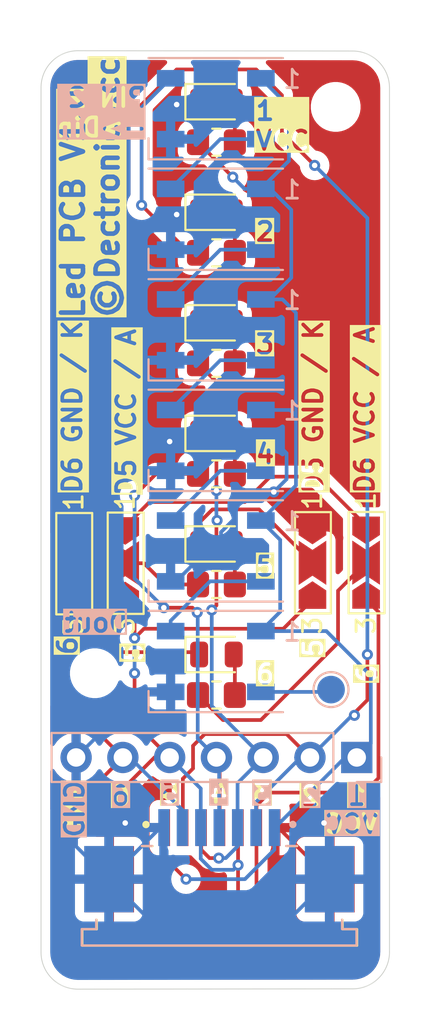
<source format=kicad_pcb>
(kicad_pcb (version 20240108) (generator "pcbnew") (generator_version "8.0")
  (layers (0 "F.Cu" signal) (31 "B.Cu" signal) (34 "B.Paste" user) (35 "F.Paste" user) (36 "B.SilkS" user "B.Silkscreen") (37 "F.SilkS" user "F.Silkscreen") (38 "B.Mask" user) (39 "F.Mask" user) (44 "Edge.Cuts" user))
  (net 0 "")
  (net 1 "Net-(D1-A)")
  (net 2 "GND")
  (net 3 "Net-(D2-A)")
  (net 4 "Net-(D3-A)")
  (net 5 "Net-(D4-A)")
  (net 6 "Net-(D5-K)")
  (net 7 "Net-(D5-A)")
  (net 8 "Net-(D6-A)")
  (net 9 "Net-(D6-K)")
  (net 10 "LED2")
  (net 11 "Net-(D7-DOUT)")
  (net 12 "LED1{slash}VCC")
  (net 13 "Net-(D8-DOUT)")
  (net 14 "Net-(D10-DIN)")
  (net 15 "Net-(D10-DOUT)")
  (net 16 "Net-(D11-DOUT)")
  (net 17 "Net-(D12-DOUT)")
  (net 18 "LED6{slash}TX")
  (net 19 "LED3")
  (net 20 "LED5{slash}RX")
  (net 21 "LED4")
  (net 22 "Net-(JP1-C)")
  (net 23 "VCC")
  (net 24 "Net-(JP2-C)")
  (footprint "Resistor_SMD:R_0805_2012Metric_Pad1.20x1.40mm_HandSolder" (layer "F.Cu") (at 130.556 100.498)
    (property "Reference" "R2" (hide yes))
    (property "Value" "1kΩ")
    (fp_line (start -0.227064 -0.735) (end 0.227064 -0.735) (stroke (width 0.12)) (layer "F.SilkS"))
    (fp_line (start -0.227064 0.735) (end 0.227064 0.735) (stroke (width 0.12)) (layer "F.SilkS"))
    (pad "1" smd roundrect (at -1 0) (size 1.2 1.4) (layers "F.Cu" "F.Paste" "F.Mask") (roundrect_rratio 0.208333) (net 24 "Net-(JP2-C)"))
    (pad "2" smd roundrect (at 1 0) (size 1.2 1.4) (layers "F.Cu" "F.Paste" "F.Mask") (roundrect_rratio 0.208333) (net 8 "Net-(D6-A)"))
  )
  (footprint "Jumper:SolderJumper-3_P2.0mm_Open_TrianglePad1.0x1.5mm_NumberLabels" (layer "F.Cu") (at 122.809 93.37 -90)
    (property "Reference" "JP4" (hide yes))
    (property "Value" "solderJmpr")
    (fp_line (start -2.75 0.95) (end -2.75 -1) (stroke (width 0.12)) (layer "F.SilkS"))
    (fp_line (start 2.75 0.95) (end -2.75 0.95) (stroke (width 0.12)) (layer "F.SilkS"))
    (fp_line (start -2.75 -1) (end 2.75 -1) (stroke (width 0.12)) (layer "F.SilkS"))
    (fp_line (start 2.75 -1) (end 2.75 0.95) (stroke (width 0.12)) (layer "F.SilkS"))
    (fp_text user "3" (at 3.4 0 90) (layer "F.SilkS"))
    (fp_text user "1" (at -3.35 0 90) (layer "F.SilkS"))
    (pad "1" smd custom (at -2 0 270) (size 0.3 0.3) (layers "F.Cu" "F.Mask") (net 2 "GND") (options (clearance outline) (anchor rect)) (primitives (gr_poly (pts (xy 1 0) (xy 0.5 0.75) (xy -0.5 0.75) (xy -0.5 -0.75) (xy 0.5 -0.75)) (width 0) (fill yes))))
    (pad "2" smd custom (at 0 0 270) (size 0.3 0.3) (layers "F.Cu") (net 9 "Net-(D6-K)") (options (clearance outline) (anchor rect)) (primitives (gr_poly (pts (xy 0.7 0) (xy 1.2 0.75) (xy -1.2 0.75) (xy -0.7 0) (xy -1.2 -0.75) (xy 1.2 -0.75)) (width 0) (fill yes))))
    (pad "3" smd custom (at 2 0 90) (size 0.3 0.3) (layers "F.Cu" "F.Mask") (net 18 "LED6{slash}TX") (options (clearance outline) (anchor rect)) (primitives (gr_poly (pts (xy 1 0) (xy 0.5 0.75) (xy -0.5 0.75) (xy -0.5 -0.75) (xy 0.5 -0.75)) (width 0) (fill yes))))
  )
  (footprint "Resistor_SMD:R_0805_2012Metric_Pad1.20x1.40mm_HandSolder" (layer "F.Cu") (at 130.556 94.498)
    (property "Reference" "R1" (hide yes))
    (property "Value" "1kΩ")
    (fp_line (start -0.227064 -0.735) (end 0.227064 -0.735) (stroke (width 0.12)) (layer "F.SilkS"))
    (fp_line (start -0.227064 0.735) (end 0.227064 0.735) (stroke (width 0.12)) (layer "F.SilkS"))
    (pad "1" smd roundrect (at -1 0) (size 1.2 1.4) (layers "F.Cu" "F.Paste" "F.Mask") (roundrect_rratio 0.208333) (net 22 "Net-(JP1-C)"))
    (pad "2" smd roundrect (at 1 0) (size 1.2 1.4) (layers "F.Cu" "F.Paste" "F.Mask") (roundrect_rratio 0.208333) (net 7 "Net-(D5-A)"))
  )
  (footprint "MountingHole:MountingHole_2.2mm_M2" (layer "F.Cu") (at 137.033 68.58)
    (property "Reference" "H2" (hide yes))
    (property "Value" "MountingHole")
    (pad "" np_thru_hole circle (at 0 0) (size 2.2 2.2) (drill 2.2) (layers "*.Cu" "*.Mask"))
  )
  (footprint "Resistor_SMD:R_0805_2012Metric_Pad1.20x1.40mm_HandSolder" (layer "F.Cu") (at 130.556 70.498)
    (property "Reference" "R3" (hide yes))
    (property "Value" "750Ω")
    (fp_line (start -0.227064 -0.735) (end 0.227064 -0.735) (stroke (width 0.12)) (layer "F.SilkS"))
    (fp_line (start -0.227064 0.735) (end 0.227064 0.735) (stroke (width 0.12)) (layer "F.SilkS"))
    (pad "1" smd roundrect (at -1 0) (size 1.2 1.4) (layers "F.Cu" "F.Paste" "F.Mask") (roundrect_rratio 0.208333) (net 12 "LED1{slash}VCC"))
    (pad "2" smd roundrect (at 1 0) (size 1.2 1.4) (layers "F.Cu" "F.Paste" "F.Mask") (roundrect_rratio 0.208333) (net 1 "Net-(D1-A)"))
  )
  (footprint "Resistor_SMD:R_0805_2012Metric_Pad1.20x1.40mm_HandSolder" (layer "F.Cu") (at 130.556 88.498)
    (property "Reference" "R6" (hide yes))
    (property "Value" "750Ω")
    (fp_line (start -0.227064 -0.735) (end 0.227064 -0.735) (stroke (width 0.12)) (layer "F.SilkS"))
    (fp_line (start -0.227064 0.735) (end 0.227064 0.735) (stroke (width 0.12)) (layer "F.SilkS"))
    (pad "1" smd roundrect (at -1 0) (size 1.2 1.4) (layers "F.Cu" "F.Paste" "F.Mask") (roundrect_rratio 0.208333) (net 21 "LED4"))
    (pad "2" smd roundrect (at 1 0) (size 1.2 1.4) (layers "F.Cu" "F.Paste" "F.Mask") (roundrect_rratio 0.208333) (net 5 "Net-(D4-A)"))
  )
  (footprint "Resistor_SMD:R_0805_2012Metric_Pad1.20x1.40mm_HandSolder" (layer "F.Cu") (at 130.556 82.498)
    (property "Reference" "R5" (hide yes))
    (property "Value" "750Ω")
    (fp_line (start -0.227064 -0.735) (end 0.227064 -0.735) (stroke (width 0.12)) (layer "F.SilkS"))
    (fp_line (start -0.227064 0.735) (end 0.227064 0.735) (stroke (width 0.12)) (layer "F.SilkS"))
    (pad "1" smd roundrect (at -1 0) (size 1.2 1.4) (layers "F.Cu" "F.Paste" "F.Mask") (roundrect_rratio 0.208333) (net 19 "LED3"))
    (pad "2" smd roundrect (at 1 0) (size 1.2 1.4) (layers "F.Cu" "F.Paste" "F.Mask") (roundrect_rratio 0.208333) (net 4 "Net-(D3-A)"))
  )
  (footprint "LED_SMD:LED_0805_2012Metric" (layer "F.Cu") (at 130.556 80.298)
    (property "Reference" "D3" (hide yes))
    (property "Value" "PowerLed")
    (fp_line (start -1.685 -0.96) (end -1.685 0.96) (stroke (width 0.12)) (layer "F.SilkS"))
    (fp_line (start -1.685 0.96) (end 1 0.96) (stroke (width 0.12)) (layer "F.SilkS"))
    (fp_line (start 1 -0.96) (end -1.685 -0.96) (stroke (width 0.12)) (layer "F.SilkS"))
    (pad "1" smd roundrect (at -0.9375 0) (size 0.975 1.4) (layers "F.Cu" "F.Paste" "F.Mask") (net 2 "GND"))
    (pad "2" smd roundrect (at 0.9375 0) (size 0.975 1.4) (layers "F.Cu" "F.Paste" "F.Mask") (net 4 "Net-(D3-A)"))
  )
  (footprint "LED_SMD:LED_0805_2012Metric" (layer "F.Cu") (at 130.556 92.298)
    (property "Reference" "D5" (hide yes))
    (property "Value" "PowerLed")
    (fp_line (start -1.685 -0.96) (end -1.685 0.96) (stroke (width 0.12)) (layer "F.SilkS"))
    (fp_line (start -1.685 0.96) (end 1 0.96) (stroke (width 0.12)) (layer "F.SilkS"))
    (fp_line (start 1 -0.96) (end -1.685 -0.96) (stroke (width 0.12)) (layer "F.SilkS"))
    (pad "1" smd roundrect (at -0.9375 0) (size 0.975 1.4) (layers "F.Cu" "F.Paste" "F.Mask") (net 6 "Net-(D5-K)"))
    (pad "2" smd roundrect (at 0.9375 0) (size 0.975 1.4) (layers "F.Cu" "F.Paste" "F.Mask") (net 7 "Net-(D5-A)"))
  )
  (footprint "fcp7P:FCP7P" (layer "F.Cu") (at 130.731 107.696)
    (property "Reference" "J2" (hide yes))
    (property "Value" "FCP CONNECTOR 7P")
    (fp_line (start -7.46 6.4) (end -7.46 5.51) (stroke (width 0.127)) (layer "F.SilkS"))
    (fp_line (start -6.675 5) (end -6.675 5.51) (stroke (width 0.127)) (layer "F.SilkS"))
    (fp_line (start -6.675 5.51) (end -7.46 5.51) (stroke (width 0.127)) (layer "F.SilkS"))
    (fp_line (start -4.2 1) (end -3.64 1) (stroke (width 0.127)) (layer "F.SilkS"))
    (fp_line (start 3.64 1) (end 4.2 1) (stroke (width 0.127)) (layer "F.SilkS"))
    (fp_line (start 6.675 5) (end 6.675 5.51) (stroke (width 0.127)) (layer "F.SilkS"))
    (fp_line (start 7.46 5.51) (end 6.675 5.51) (stroke (width 0.127)) (layer "F.SilkS"))
    (fp_line (start 7.46 5.51) (end 7.46 6.4) (stroke (width 0.127)) (layer "F.SilkS"))
    (fp_line (start 7.46 6.4) (end -7.46 6.4) (stroke (width 0.127)) (layer "F.SilkS"))
    (fp_circle (center -4 -0.17) (end -3.9 -0.17) (stroke (width 0.2)) (fill none) (layer "F.SilkS"))
    (pad "1" smd rect (at -3 0) (size 0.61 2) (layers "F.Cu" "F.Paste" "F.Mask") (net 12 "LED1{slash}VCC"))
    (pad "2" smd rect (at -2 0) (size 0.61 2) (layers "F.Cu" "F.Paste" "F.Mask") (net 10 "LED2"))
    (pad "3" smd rect (at -1 0) (size 0.61 2) (layers "F.Cu" "F.Paste" "F.Mask") (net 19 "LED3"))
    (pad "4" smd rect (at 0 0) (size 0.61 2) (layers "F.Cu" "F.Paste" "F.Mask") (net 21 "LED4"))
    (pad "5" smd rect (at 1 0) (size 0.61 2) (layers "F.Cu" "F.Paste" "F.Mask") (net 20 "LED5{slash}RX"))
    (pad "6" smd rect (at 2 0) (size 0.61 2) (layers "F.Cu" "F.Paste" "F.Mask") (net 18 "LED6{slash}TX"))
    (pad "7" smd rect (at 3 0) (size 0.61 2) (layers "F.Cu" "F.Paste" "F.Mask") (net 2 "GND"))
    (pad "S1" smd rect (at -5.99 2.8) (size 2.68 3.6) (layers "F.Cu" "F.Paste" "F.Mask") (net 2 "GND"))
    (pad "S2" smd rect (at 5.99 2.8) (size 2.68 3.6) (layers "F.Cu" "F.Paste" "F.Mask") (net 2 "GND"))
  )
  (footprint "LED_SMD:LED_0805_2012Metric" (layer "F.Cu") (at 130.556 98.298)
    (property "Reference" "D6" (hide yes))
    (property "Value" "PowerLed")
    (fp_line (start -1.685 -0.96) (end -1.685 0.96) (stroke (width 0.12)) (layer "F.SilkS"))
    (fp_line (start -1.685 0.96) (end 1 0.96) (stroke (width 0.12)) (layer "F.SilkS"))
    (fp_line (start 1 -0.96) (end -1.685 -0.96) (stroke (width 0.12)) (layer "F.SilkS"))
    (pad "1" smd roundrect (at -0.9375 0) (size 0.975 1.4) (layers "F.Cu" "F.Paste" "F.Mask") (net 9 "Net-(D6-K)"))
    (pad "2" smd roundrect (at 0.9375 0) (size 0.975 1.4) (layers "F.Cu" "F.Paste" "F.Mask") (net 8 "Net-(D6-A)"))
  )
  (footprint "Jumper:SolderJumper-3_P2.0mm_Open_TrianglePad1.0x1.5mm_NumberLabels" (layer "F.Cu") (at 135.771134 93.32074 -90)
    (property "Reference" "JP3" (hide yes))
    (property "Value" "solderJmpr")
    (fp_line (start -2.75 0.95) (end -2.75 -1) (stroke (width 0.12)) (layer "F.SilkS"))
    (fp_line (start 2.75 0.95) (end -2.75 0.95) (stroke (width 0.12)) (layer "F.SilkS"))
    (fp_line (start -2.75 -1) (end 2.75 -1) (stroke (width 0.12)) (layer "F.SilkS"))
    (fp_line (start 2.75 -1) (end 2.75 0.95) (stroke (width 0.12)) (layer "F.SilkS"))
    (fp_text user "3" (at 3.4 0 90) (layer "F.SilkS"))
    (fp_text user "1" (at -3.35 0 90) (layer "F.SilkS"))
    (pad "1" smd custom (at -2 0 270) (size 0.3 0.3) (layers "F.Cu" "F.Mask") (net 2 "GND") (options (clearance outline) (anchor rect)) (primitives (gr_poly (pts (xy 1 0) (xy 0.5 0.75) (xy -0.5 0.75) (xy -0.5 -0.75) (xy 0.5 -0.75)) (width 0) (fill yes))))
    (pad "2" smd custom (at 0 0 270) (size 0.3 0.3) (layers "F.Cu") (net 6 "Net-(D5-K)") (options (clearance outline) (anchor rect)) (primitives (gr_poly (pts (xy 0.7 0) (xy 1.2 0.75) (xy -1.2 0.75) (xy -0.7 0) (xy -1.2 -0.75) (xy 1.2 -0.75)) (width 0) (fill yes))))
    (pad "3" smd custom (at 2 0 90) (size 0.3 0.3) (layers "F.Cu" "F.Mask") (net 20 "LED5{slash}RX") (options (clearance outline) (anchor rect)) (primitives (gr_poly (pts (xy 1 0) (xy 0.5 0.75) (xy -0.5 0.75) (xy -0.5 -0.75) (xy 0.5 -0.75)) (width 0) (fill yes))))
  )
  (footprint "Jumper:SolderJumper-3_P2.0mm_Open_TrianglePad1.0x1.5mm_NumberLabels" (layer "F.Cu") (at 125.603 93.345 -90)
    (property "Reference" "JP1" (hide yes))
    (property "Value" "SolderJmpr")
    (fp_line (start -2.75 0.95) (end -2.75 -1) (stroke (width 0.12)) (layer "F.SilkS"))
    (fp_line (start 2.75 0.95) (end -2.75 0.95) (stroke (width 0.12)) (layer "F.SilkS"))
    (fp_line (start -2.75 -1) (end 2.75 -1) (stroke (width 0.12)) (layer "F.SilkS"))
    (fp_line (start 2.75 -1) (end 2.75 0.95) (stroke (width 0.12)) (layer "F.SilkS"))
    (fp_text user "3" (at 3.4 0 90) (layer "F.SilkS"))
    (fp_text user "1" (at -3.35 0 90) (layer "F.SilkS"))
    (pad "1" smd custom (at -2 0 270) (size 0.3 0.3) (layers "F.Cu" "F.Mask") (net 23 "VCC") (options (clearance outline) (anchor rect)) (primitives (gr_poly (pts (xy 1 0) (xy 0.5 0.75) (xy -0.5 0.75) (xy -0.5 -0.75) (xy 0.5 -0.75)) (width 0) (fill yes))))
    (pad "2" smd custom (at 0 0 270) (size 0.3 0.3) (layers "F.Cu") (net 22 "Net-(JP1-C)") (options (clearance outline) (anchor rect)) (primitives (gr_poly (pts (xy 0.7 0) (xy 1.2 0.75) (xy -1.2 0.75) (xy -0.7 0) (xy -1.2 -0.75) (xy 1.2 -0.75)) (width 0) (fill yes))))
    (pad "3" smd custom (at 2 0 90) (size 0.3 0.3) (layers "F.Cu" "F.Mask") (net 20 "LED5{slash}RX") (options (clearance outline) (anchor rect)) (primitives (gr_poly (pts (xy 1 0) (xy 0.5 0.75) (xy -0.5 0.75) (xy -0.5 -0.75) (xy 0.5 -0.75)) (width 0) (fill yes))))
  )
  (footprint "MountingHole:MountingHole_2.2mm_M2" (layer "F.Cu") (at 123.952 99.314)
    (property "Reference" "H1" (hide yes))
    (property "Value" "MountingHole")
    (pad "" np_thru_hole circle (at 0 0) (size 2.2 2.2) (drill 2.2) (layers "*.Cu" "*.Mask"))
  )
  (footprint "LED_SMD:LED_0805_2012Metric" (layer "F.Cu") (at 130.556 74.298)
    (property "Reference" "D2" (hide yes))
    (property "Value" "PowerLed")
    (fp_line (start -1.685 -0.96) (end -1.685 0.96) (stroke (width 0.12)) (layer "F.SilkS"))
    (fp_line (start -1.685 0.96) (end 1 0.96) (stroke (width 0.12)) (layer "F.SilkS"))
    (fp_line (start 1 -0.96) (end -1.685 -0.96) (stroke (width 0.12)) (layer "F.SilkS"))
    (pad "1" smd roundrect (at -0.9375 0) (size 0.975 1.4) (layers "F.Cu" "F.Paste" "F.Mask") (net 2 "GND"))
    (pad "2" smd roundrect (at 0.9375 0) (size 0.975 1.4) (layers "F.Cu" "F.Paste" "F.Mask") (net 3 "Net-(D2-A)"))
  )
  (footprint "LED_SMD:LED_0805_2012Metric" (layer "F.Cu") (at 130.556 68.298)
    (property "Reference" "D1" (hide yes))
    (property "Value" "PowerLed")
    (fp_line (start -1.685 -0.96) (end -1.685 0.96) (stroke (width 0.12)) (layer "F.SilkS"))
    (fp_line (start -1.685 0.96) (end 1 0.96) (stroke (width 0.12)) (layer "F.SilkS"))
    (fp_line (start 1 -0.96) (end -1.685 -0.96) (stroke (width 0.12)) (layer "F.SilkS"))
    (pad "1" smd roundrect (at -0.9375 0) (size 0.975 1.4) (layers "F.Cu" "F.Paste" "F.Mask") (net 2 "GND"))
    (pad "2" smd roundrect (at 0.9375 0) (size 0.975 1.4) (layers "F.Cu" "F.Paste" "F.Mask") (net 1 "Net-(D1-A)"))
  )
  (footprint "Resistor_SMD:R_0805_2012Metric_Pad1.20x1.40mm_HandSolder" (layer "F.Cu") (at 130.556 76.498)
    (property "Reference" "R4" (hide yes))
    (property "Value" "750Ω")
    (fp_line (start -0.227064 -0.735) (end 0.227064 -0.735) (stroke (width 0.12)) (layer "F.SilkS"))
    (fp_line (start -0.227064 0.735) (end 0.227064 0.735) (stroke (width 0.12)) (layer "F.SilkS"))
    (pad "1" smd roundrect (at -1 0) (size 1.2 1.4) (layers "F.Cu" "F.Paste" "F.Mask") (roundrect_rratio 0.208333) (net 10 "LED2"))
    (pad "2" smd roundrect (at 1 0) (size 1.2 1.4) (layers "F.Cu" "F.Paste" "F.Mask") (roundrect_rratio 0.208333) (net 3 "Net-(D2-A)"))
  )
  (footprint "LED_SMD:LED_0805_2012Metric" (layer "F.Cu") (at 130.556 86.298)
    (property "Reference" "D4" (hide yes))
    (property "Value" "PowerLed")
    (fp_line (start -1.685 -0.96) (end -1.685 0.96) (stroke (width 0.12)) (layer "F.SilkS"))
    (fp_line (start -1.685 0.96) (end 1 0.96) (stroke (width 0.12)) (layer "F.SilkS"))
    (fp_line (start 1 -0.96) (end -1.685 -0.96) (stroke (width 0.12)) (layer "F.SilkS"))
    (pad "1" smd roundrect (at -0.9375 0) (size 0.975 1.4) (layers "F.Cu" "F.Paste" "F.Mask") (net 2 "GND"))
    (pad "2" smd roundrect (at 0.9375 0) (size 0.975 1.4) (layers "F.Cu" "F.Paste" "F.Mask") (net 5 "Net-(D4-A)"))
  )
  (footprint "Jumper:SolderJumper-3_P2.0mm_Open_TrianglePad1.0x1.5mm_NumberLabels" (layer "F.Cu") (at 138.684 93.313 -90)
    (property "Reference" "JP2" (hide yes))
    (property "Value" "solderJmpr")
    (fp_line (start -2.75 0.95) (end -2.75 -1) (stroke (width 0.12)) (layer "F.SilkS"))
    (fp_line (start 2.75 0.95) (end -2.75 0.95) (stroke (width 0.12)) (layer "F.SilkS"))
    (fp_line (start -2.75 -1) (end 2.75 -1) (stroke (width 0.12)) (layer "F.SilkS"))
    (fp_line (start 2.75 -1) (end 2.75 0.95) (stroke (width 0.12)) (layer "F.SilkS"))
    (fp_text user "1" (at -3.35 0 90) (layer "F.SilkS"))
    (fp_text user "3" (at 3.4 0 90) (layer "F.SilkS"))
    (pad "1" smd custom (at -2 0 270) (size 0.3 0.3) (layers "F.Cu" "F.Mask") (net 23 "VCC") (options (clearance outline) (anchor rect)) (primitives (gr_poly (pts (xy 1 0) (xy 0.5 0.75) (xy -0.5 0.75) (xy -0.5 -0.75) (xy 0.5 -0.75)) (width 0) (fill yes))))
    (pad "2" smd custom (at 0 0 270) (size 0.3 0.3) (layers "F.Cu") (net 24 "Net-(JP2-C)") (options (clearance outline) (anchor rect)) (primitives (gr_poly (pts (xy 0.7 0) (xy 1.2 0.75) (xy -1.2 0.75) (xy -0.7 0) (xy -1.2 -0.75) (xy 1.2 -0.75)) (width 0) (fill yes))))
    (pad "3" smd custom (at 2 0 90) (size 0.3 0.3) (layers "F.Cu" "F.Mask") (net 18 "LED6{slash}TX") (options (clearance outline) (anchor rect)) (primitives (gr_poly (pts (xy 1 0) (xy 0.5 0.75) (xy -0.5 0.75) (xy -0.5 -0.75) (xy 0.5 -0.75)) (width 0) (fill yes))))
  )
  (footprint "Connector_PinHeader_2.54mm:PinHeader_1x07_P2.54mm_Vertical" (layer "B.Cu") (at 138.176 103.886 90)
    (property "Reference" "J1" (hide yes))
    (property "Value" "Conn_01x07_Socket")
    (fp_line (start 1.33 -16.57) (end -1.33 -16.57) (stroke (width 0.12)) (layer "B.SilkS"))
    (fp_line (start 1.33 -16.57) (end 1.33 -1.27) (stroke (width 0.12)) (layer "B.SilkS"))
    (fp_line (start -1.33 -16.57) (end -1.33 -1.27) (stroke (width 0.12)) (layer "B.SilkS"))
    (fp_line (start 1.33 -1.27) (end -1.33 -1.27) (stroke (width 0.12)) (layer "B.SilkS"))
    (fp_line (start 0 1.33) (end -1.33 1.33) (stroke (width 0.12)) (layer "B.SilkS"))
    (fp_line (start -1.33 1.33) (end -1.33 0) (stroke (width 0.12)) (layer "B.SilkS"))
    (pad "1" thru_hole rect (at 0 0 90) (size 1.7 1.7) (drill 1) (layers "*.Cu" "*.Mask") (net 12 "LED1{slash}VCC"))
    (pad "2" thru_hole oval (at 0 -2.54 90) (size 1.7 1.7) (drill 1) (layers "*.Cu" "*.Mask") (net 10 "LED2"))
    (pad "3" thru_hole oval (at 0 -5.08 90) (size 1.7 1.7) (drill 1) (layers "*.Cu" "*.Mask") (net 19 "LED3"))
    (pad "4" thru_hole oval (at 0 -7.62 90) (size 1.7 1.7) (drill 1) (layers "*.Cu" "*.Mask") (net 21 "LED4"))
    (pad "5" thru_hole oval (at 0 -10.16 90) (size 1.7 1.7) (drill 1) (layers "*.Cu" "*.Mask") (net 20 "LED5{slash}RX"))
    (pad "6" thru_hole oval (at 0 -12.7 90) (size 1.7 1.7) (drill 1) (layers "*.Cu" "*.Mask") (net 18 "LED6{slash}TX"))
    (pad "7" thru_hole oval (at 0 -15.24 90) (size 1.7 1.7) (drill 1) (layers "*.Cu" "*.Mask") (net 2 "GND"))
  )
  (footprint "TestPoint:TestPoint_Pad_D1.5mm" (layer "B.Cu") (at 136.779 100.203 180)
    (property "Reference" "J3" (hide yes))
    (property "Value" "solder pad")
    (fp_circle (center 0 0) (end 0 -0.95) (stroke (width 0.12)) (fill none) (layer "B.SilkS"))
    (pad "1" smd circle (at 0 0 180) (size 1.5 1.5) (layers "B.Cu" "B.Mask") (net 17 "Net-(D12-DOUT)"))
  )
  (footprint "fcp7P:FCP7P" (layer "B.Cu") (at 130.704 107.69 180)
    (property "Reference" "J4" (hide yes))
    (property "Value" "FCP CONNECTOR 7P")
    (fp_line (start 7.46 -6.4) (end 7.46 -5.51) (stroke (width 0.127)) (layer "B.SilkS"))
    (fp_line (start 6.675 -5.51) (end 7.46 -5.51) (stroke (width 0.127)) (layer "B.SilkS"))
    (fp_line (start 6.675 -5.51) (end 6.675 -5) (stroke (width 0.127)) (layer "B.SilkS"))
    (fp_line (start 4.2 -1) (end 3.64 -1) (stroke (width 0.127)) (layer "B.SilkS"))
    (fp_line (start -3.64 -1) (end -4.2 -1) (stroke (width 0.127)) (layer "B.SilkS"))
    (fp_line (start -6.675 -5.51) (end -6.675 -5) (stroke (width 0.127)) (layer "B.SilkS"))
    (fp_line (start -7.46 -5.51) (end -6.675 -5.51) (stroke (width 0.127)) (layer "B.SilkS"))
    (fp_line (start -7.46 -5.51) (end -7.46 -6.4) (stroke (width 0.127)) (layer "B.SilkS"))
    (fp_line (start -7.46 -6.4) (end 7.46 -6.4) (stroke (width 0.127)) (layer "B.SilkS"))
    (fp_circle (center -4 0.17) (end -3.9 0.17) (stroke (width 0.2)) (fill none) (layer "B.SilkS"))
    (pad "1" smd rect (at -3 0 180) (size 0.61 2) (layers "B.Cu" "B.Paste" "B.Mask") (net 12 "LED1{slash}VCC"))
    (pad "2" smd rect (at -2 0 180) (size 0.61 2) (layers "B.Cu" "B.Paste" "B.Mask") (net 10 "LED2"))
    (pad "3" smd rect (at -1 0 180) (size 0.61 2) (layers "B.Cu" "B.Paste" "B.Mask") (net 19 "LED3"))
    (pad "4" smd rect (at 0 0 180) (size 0.61 2) (layers "B.Cu" "B.Paste" "B.Mask") (net 21 "LED4"))
    (pad "5" smd rect (at 1 0 180) (size 0.61 2) (layers "B.Cu" "B.Paste" "B.Mask") (net 20 "LED5{slash}RX"))
    (pad "6" smd rect (at 2 0 180) (size 0.61 2) (layers "B.Cu" "B.Paste" "B.Mask") (net 18 "LED6{slash}TX"))
    (pad "7" smd rect (at 3 0 180) (size 0.61 2) (layers "B.Cu" "B.Paste" "B.Mask") (net 2 "GND"))
    (pad "S1" smd rect (at -5.99 -2.8 180) (size 2.68 3.6) (layers "B.Cu" "B.Paste" "B.Mask") (net 2 "GND"))
    (pad "S2" smd rect (at 5.99 -2.8 180) (size 2.68 3.6) (layers "B.Cu" "B.Paste" "B.Mask") (net 2 "GND"))
  )
  (footprint "LED_SMD:LED_WS2812B_PLCC4_5.0x5.0mm_P3.2mm" (layer "B.Cu") (at 130.519 86.678 180)
    (property "Reference" "D10" (hide yes))
    (property "Value" "WS2812B")
    (fp_line (start 3.65 2.75) (end -3.65 2.75) (stroke (width 0.12)) (layer "B.SilkS"))
    (fp_line (start 3.65 -1.6) (end 3.65 -2.75) (stroke (width 0.12)) (layer "B.SilkS"))
    (fp_line (start 3.65 -2.75) (end -3.65 -2.75) (stroke (width 0.12)) (layer "B.SilkS"))
    (fp_text user "1" (at -4.15 1.6 180) (layer "B.SilkS") (effects (justify mirror)))
    (pad "1" smd rect (at -2.45 1.65 180) (size 1.5 0.9) (layers "B.Cu" "B.Paste" "B.Mask") (net 12 "LED1{slash}VCC"))
    (pad "2" smd rect (at -2.45 -1.65 180) (size 1.5 0.9) (layers "B.Cu" "B.Paste" "B.Mask") (net 15 "Net-(D10-DOUT)"))
    (pad "3" smd rect (at 2.45 -1.65 180) (size 1.5 0.9) (layers "B.Cu" "B.Paste" "B.Mask") (net 2 "GND"))
    (pad "4" smd rect (at 2.45 1.65 180) (size 1.5 0.9) (layers "B.Cu" "B.Paste" "B.Mask") (net 14 "Net-(D10-DIN)"))
  )
  (footprint "LED_SMD:LED_WS2812B_PLCC4_5.0x5.0mm_P3.2mm" (layer "B.Cu") (at 130.519 92.678 180)
    (property "Reference" "D11" (hide yes))
    (property "Value" "WS2812B")
    (fp_line (start 3.65 2.75) (end -3.65 2.75) (stroke (width 0.12)) (layer "B.SilkS"))
    (fp_line (start 3.65 -1.6) (end 3.65 -2.75) (stroke (width 0.12)) (layer "B.SilkS"))
    (fp_line (start 3.65 -2.75) (end -3.65 -2.75) (stroke (width 0.12)) (layer "B.SilkS"))
    (fp_text user "1" (at -4.15 1.6 180) (layer "B.SilkS") (effects (justify mirror)))
    (pad "1" smd rect (at -2.45 1.65 180) (size 1.5 0.9) (layers "B.Cu" "B.Paste" "B.Mask") (net 12 "LED1{slash}VCC"))
    (pad "2" smd rect (at -2.45 -1.65 180) (size 1.5 0.9) (layers "B.Cu" "B.Paste" "B.Mask") (net 16 "Net-(D11-DOUT)"))
    (pad "3" smd rect (at 2.45 -1.65 180) (size 1.5 0.9) (layers "B.Cu" "B.Paste" "B.Mask") (net 2 "GND"))
    (pad "4" smd rect (at 2.45 1.65 180) (size 1.5 0.9) (layers "B.Cu" "B.Paste" "B.Mask") (net 15 "Net-(D10-DOUT)"))
  )
  (footprint "LED_SMD:LED_WS2812B_PLCC4_5.0x5.0mm_P3.2mm" (layer "B.Cu") (at 130.519 74.678 180)
    (property "Reference" "D8" (hide yes))
    (property "Value" "WS2812B")
    (fp_line (start 3.65 2.75) (end -3.65 2.75) (stroke (width 0.12)) (layer "B.SilkS"))
    (fp_line (start 3.65 -1.6) (end 3.65 -2.75) (stroke (width 0.12)) (layer "B.SilkS"))
    (fp_line (start 3.65 -2.75) (end -3.65 -2.75) (stroke (width 0.12)) (layer "B.SilkS"))
    (fp_text user "1" (at -4.15 1.6 180) (layer "B.SilkS") (effects (justify mirror)))
    (pad "1" smd rect (at -2.45 1.65 180) (size 1.5 0.9) (layers "B.Cu" "B.Paste" "B.Mask") (net 12 "LED1{slash}VCC"))
    (pad "2" smd rect (at -2.45 -1.65 180) (size 1.5 0.9) (layers "B.Cu" "B.Paste" "B.Mask") (net 13 "Net-(D8-DOUT)"))
    (pad "3" smd rect (at 2.45 -1.65 180) (size 1.5 0.9) (layers "B.Cu" "B.Paste" "B.Mask") (net 2 "GND"))
    (pad "4" smd rect (at 2.45 1.65 180) (size 1.5 0.9) (layers "B.Cu" "B.Paste" "B.Mask") (net 11 "Net-(D7-DOUT)"))
  )
  (footprint "LED_SMD:LED_WS2812B_PLCC4_5.0x5.0mm_P3.2mm" (layer "B.Cu") (at 130.519 80.678 180)
    (property "Reference" "D9" (hide yes))
    (property "Value" "WS2812B")
    (fp_line (start 3.65 2.75) (end -3.65 2.75) (stroke (width 0.12)) (layer "B.SilkS"))
    (fp_line (start 3.65 -1.6) (end 3.65 -2.75) (stroke (width 0.12)) (layer "B.SilkS"))
    (fp_line (start 3.65 -2.75) (end -3.65 -2.75) (stroke (width 0.12)) (layer "B.SilkS"))
    (fp_text user "1" (at -4.15 1.6 180) (layer "B.SilkS") (effects (justify mirror)))
    (pad "1" smd rect (at -2.45 1.65 180) (size 1.5 0.9) (layers "B.Cu" "B.Paste" "B.Mask") (net 12 "LED1{slash}VCC"))
    (pad "2" smd rect (at -2.45 -1.65 180) (size 1.5 0.9) (layers "B.Cu" "B.Paste" "B.Mask") (net 14 "Net-(D10-DIN)"))
    (pad "3" smd rect (at 2.45 -1.65 180) (size 1.5 0.9) (layers "B.Cu" "B.Paste" "B.Mask") (net 2 "GND"))
    (pad "4" smd rect (at 2.45 1.65 180) (size 1.5 0.9) (layers "B.Cu" "B.Paste" "B.Mask") (net 13 "Net-(D8-DOUT)"))
  )
  (footprint "LED_SMD:LED_WS2812B_PLCC4_5.0x5.0mm_P3.2mm" (layer "B.Cu") (at 130.519 98.678 180)
    (property "Reference" "D12" (hide yes))
    (property "Value" "WS2812B")
    (fp_line (start 3.65 2.75) (end -3.65 2.75) (stroke (width 0.12)) (layer "B.SilkS"))
    (fp_line (start 3.65 -1.6) (end 3.65 -2.75) (stroke (width 0.12)) (layer "B.SilkS"))
    (fp_line (start 3.65 -2.75) (end -3.65 -2.75) (stroke (width 0.12)) (layer "B.SilkS"))
    (fp_text user "1" (at -4.15 1.6 180) (layer "B.SilkS") (effects (justify mirror)))
    (pad "1" smd rect (at -2.45 1.65 180) (size 1.5 0.9) (layers "B.Cu" "B.Paste" "B.Mask") (net 12 "LED1{slash}VCC"))
    (pad "2" smd rect (at -2.45 -1.65 180) (size 1.5 0.9) (layers "B.Cu" "B.Paste" "B.Mask") (net 17 "Net-(D12-DOUT)"))
    (pad "3" smd rect (at 2.45 -1.65 180) (size 1.5 0.9) (layers "B.Cu" "B.Paste" "B.Mask") (net 2 "GND"))
    (pad "4" smd rect (at 2.45 1.65 180) (size 1.5 0.9) (layers "B.Cu" "B.Paste" "B.Mask") (net 16 "Net-(D11-DOUT)"))
  )
  (footprint "LED_SMD:LED_WS2812B_PLCC4_5.0x5.0mm_P3.2mm" (layer "B.Cu") (at 130.519 68.678 180)
    (property "Reference" "D7" (hide yes))
    (property "Value" "WS2812B")
    (fp_line (start 3.65 2.75) (end -3.65 2.75) (stroke (width 0.12)) (layer "B.SilkS"))
    (fp_line (start 3.65 -1.6) (end 3.65 -2.75) (stroke (width 0.12)) (layer "B.SilkS"))
    (fp_line (start 3.65 -2.75) (end -3.65 -2.75) (stroke (width 0.12)) (layer "B.SilkS"))
    (fp_text user "1" (at -4.15 1.6 180) (layer "B.SilkS") (effects (justify mirror)))
    (pad "1" smd rect (at -2.45 1.65 180) (size 1.5 0.9) (layers "B.Cu" "B.Paste" "B.Mask") (net 12 "LED1{slash}VCC"))
    (pad "2" smd rect (at -2.45 -1.65 180) (size 1.5 0.9) (layers "B.Cu" "B.Paste" "B.Mask") (net 11 "Net-(D7-DOUT)"))
    (pad "3" smd rect (at 2.45 -1.65 180) (size 1.5 0.9) (layers "B.Cu" "B.Paste" "B.Mask") (net 2 "GND"))
    (pad "4" smd rect (at 2.45 1.65 180) (size 1.5 0.9) (layers "B.Cu" "B.Paste" "B.Mask") (net 10 "LED2"))
  )
  (gr_line (start 123.031 116.459) (end 137.954 116.443) (stroke (width 0.05)) (layer "Edge.Cuts"))
  (gr_arc (start 121.031 67.532) (mid 121.616786 66.117786) (end 123.031 65.532) (stroke (width 0.05)) (layer "Edge.Cuts"))
  (gr_line (start 139.954 114.443) (end 139.954 67.548) (stroke (width 0.05)) (layer "Edge.Cuts"))
  (gr_arc (start 123.031 116.459) (mid 121.616786 115.873214) (end 121.031 114.459) (stroke (width 0.05)) (layer "Edge.Cuts"))
  (gr_line (start 121.031 67.532) (end 121.031 114.459) (stroke (width 0.05)) (layer "Edge.Cuts"))
  (gr_arc (start 139.954 114.443) (mid 139.368214 115.857214) (end 137.954 116.443) (stroke (width 0.05)) (layer "Edge.Cuts"))
  (gr_line (start 137.954 65.548) (end 123.031 65.532) (stroke (width 0.05)) (layer "Edge.Cuts"))
  (gr_arc (start 137.954 65.548) (mid 139.368214 66.133786) (end 139.954 67.548) (stroke (width 0.05)) (layer "Edge.Cuts"))
  (gr_text "6" (at 125.984 106.553 0) (layer "B.SilkS" knockout) (effects (font (size 1 1) (thickness 0.2) (bold yes)) (justify left bottom mirror)))
  (gr_text "4" (at 131.318 106.426 0) (layer "B.SilkS" knockout) (effects (font (size 1 1) (thickness 0.2) (bold yes)) (justify left bottom mirror)))
  (gr_text "2" (at 136.271 106.553 0) (layer "B.SilkS" knockout) (effects (font (size 1 1) (thickness 0.2) (bold yes)) (justify left bottom mirror)))
  (gr_text "5" (at 128.651 106.426 0) (layer "B.SilkS" knockout) (effects (font (size 1 1) (thickness 0.2) (bold yes)) (justify left bottom mirror)))
  (gr_text "3" (at 133.604 106.426 0) (layer "B.SilkS" knockout) (effects (font (size 1 1) (thickness 0.2) (bold yes)) (justify left bottom mirror)))
  (gr_text "Dout" (at 125.857 97.155 0) (layer "B.SilkS" knockout) (effects (font (size 1 1) (thickness 0.2) (bold yes)) (justify left bottom mirror)))
  (gr_text "GND" (at 123.444 105.029 90) (layer "B.SilkS" knockout) (effects (font (size 1 1) (thickness 0.2) (bold yes)) (justify left bottom mirror)))
  (gr_text "PIN 2 \n->Din" (at 126.869 70.278 0) (layer "B.SilkS" knockout) (effects (font (size 1 1) (thickness 0.2) (bold yes)) (justify left bottom mirror)))
  (gr_text "1" (at 138.811 106.553 0) (layer "B.SilkS" knockout) (effects (font (size 1 1) (thickness 0.2) (bold yes)) (justify left bottom mirror)))
  (gr_text "VCC" (at 139.446 108.077 0) (layer "B.SilkS" knockout) (effects (font (size 1 1) (thickness 0.2) (bold yes)) (justify left bottom mirror)))
  (gr_text "3" (at 132.461 106.426 0) (layer "F.SilkS" knockout) (effects (font (size 1 1) (thickness 0.2) (bold yes)) (justify left bottom)))
  (gr_text "D5 GND / K" (at 136.398 89.662 90) (layer "F.SilkS" knockout) (effects (font (size 1 1) (thickness 0.2) (bold yes)) (justify left bottom)))
  (gr_text "4" (at 130.048 106.426 0) (layer "F.SilkS" knockout) (effects (font (size 1 1) (thickness 0.2) (bold yes)) (justify left bottom)))
  (gr_text "D6 VCC / A" (at 139.192 89.662 90) (layer "F.SilkS" knockout) (effects (font (size 1 1) (thickness 0.2) (bold yes)) (justify left bottom)))
  (gr_text "6" (at 132.588 99.949 0) (layer "F.SilkS" knockout) (effects (font (size 1 1) (thickness 0.2) (bold yes)) (justify left bottom)))
  (gr_text "1\nVCC" (at 132.588 70.993 0) (layer "F.SilkS" knockout) (effects (font (size 1 1) (thickness 0.2) (bold yes)) (justify left bottom)))
  (gr_text "6" (at 124.714 106.553 0) (layer "F.SilkS" knockout) (effects (font (size 1 1) (thickness 0.2) (bold yes)) (justify left bottom)))
  (gr_text "3" (at 132.588 82.042 0) (layer "F.SilkS" knockout) (effects (font (size 1 1) (thickness 0.2) (bold yes)) (justify left bottom)))
  (gr_text "6" (at 123.063 98.425 90) (layer "F.SilkS" knockout) (effects (font (size 1 1) (thickness 0.2) (bold yes)) (justify left bottom)))
  (gr_text "1" (at 137.541 106.553 0) (layer "F.SilkS" knockout) (effects (font (size 1 1) (thickness 0.2) (bold yes)) (justify left bottom)))
  (gr_text "5" (at 126.619 98.806 90) (layer "F.SilkS" knockout) (effects (font (size 1 1) (thickness 0.2) (bold yes)) (justify left bottom)))
  (gr_text "GND" (at 123.444 108.331 90) (layer "F.SilkS" knockout) (effects (font (size 1 1) (thickness 0.2) (bold yes)) (justify left bottom)))
  (gr_text "D6 GND / K" (at 123.317 89.662 90) (layer "F.SilkS" knockout) (effects (font (size 1 1) (thickness 0.2) (bold yes)) (justify left bottom)))
  (gr_text "4" (at 132.588 88.011 0) (layer "F.SilkS" knockout) (effects (font (size 1 1) (thickness 0.2) (bold yes)) (justify left bottom)))
  (gr_text "5" (at 132.588 94.107 0) (layer "F.SilkS" knockout) (effects (font (size 1 1) (thickness 0.2) (bold yes)) (justify left bottom)))
  (gr_text "VCC" (at 136.398 108.077 0) (layer "F.SilkS" knockout) (effects (font (size 1 1) (thickness 0.2) (bold yes)) (justify left bottom)))
  (gr_text "5" (at 127.381 106.426 0) (layer "F.SilkS" knockout) (effects (font (size 1 1) (thickness 0.2) (bold yes)) (justify left bottom)))
  (gr_text "2" (at 135.001 106.553 0) (layer "F.SilkS" knockout) (effects (font (size 1 1) (thickness 0.2) (bold yes)) (justify left bottom)))
  (gr_text "©Dectronics.cc" (at 125.349 80.137 90) (layer "F.SilkS" knockout) (effects (font (size 1.2 1.2) (thickness 0.25) (bold yes)) (justify left bottom)))
  (gr_text "Led PCB V1.0" (at 123.47 80.191 90) (layer "F.SilkS" knockout) (effects (font (size 1.2 1.2) (thickness 0.25) (bold yes)) (justify left bottom)))
  (gr_text "2" (at 132.588 75.946 0) (layer "F.SilkS" knockout) (effects (font (size 1 1) (thickness 0.2) (bold yes)) (justify left bottom)))
  (gr_text "D5 VCC / A" (at 126.238 89.789 90) (layer "F.SilkS" knockout) (effects (font (size 1 1) (thickness 0.2) (bold yes)) (justify left bottom)))
  (gr_text "6" (at 139.319 99.949 90) (layer "F.SilkS" knockout) (effects (font (size 1 1) (thickness 0.2) (bold yes)) (justify left bottom)))
  (gr_text "5" (at 136.398 98.552 90) (layer "F.SilkS" knockout) (effects (font (size 1 1) (thickness 0.2) (bold yes)) (justify left bottom)))
  (segment (start 131.556 70.498) (end 131.556 68.3605) (width 0.2) (layer "F.Cu") (net 1))
  (segment (start 131.556 68.3605) (end 131.4935 68.298) (width 0.2) (layer "F.Cu") (net 1))
  (segment (start 133.672235 89.476235) (end 133.926629 89.476235) (width 0.2) (layer "F.Cu") (net 2))
  (segment (start 136.721 107.765) (end 136.398 107.442) (width 0.2) (layer "F.Cu") (net 2))
  (segment (start 122.809 91.37) (end 122.809 89.408) (width 0.2) (layer "F.Cu") (net 2))
  (segment (start 133.926629 89.476235) (end 135.771134 91.32074) (width 0.2) (layer "F.Cu") (net 2))
  (segment (start 128.397 74.422) (end 129.4945 74.422) (width 0.2) (layer "F.Cu") (net 2))
  (segment (start 128.397 68.453) (end 129.4635 68.453) (width 0.2) (layer "F.Cu") (net 2))
  (segment (start 125.476 86.741) (end 128.016 86.741) (width 0.2) (layer "F.Cu") (net 2))
  (segment (start 133.731 107.696) (end 133.921 107.696) (width 0.2) (layer "F.Cu") (net 2))
  (segment (start 128.524 86.233) (end 129.5535 86.233) (width 0.2) (layer "F.Cu") (net 2))
  (segment (start 129.4635 68.453) (end 129.6185 68.298) (width 0.2) (layer "F.Cu") (net 2))
  (segment (start 136.721 110.496) (end 136.721 107.765) (width 0.2) (layer "F.Cu") (net 2))
  (segment (start 133.921 107.696) (end 136.721 110.496) (width 0.2) (layer "F.Cu") (net 2))
  (segment (start 128.016 86.741) (end 128.524 86.233) (width 0.2) (layer "F.Cu") (net 2))
  (segment (start 122.809 89.408) (end 125.476 86.741) (width 0.2) (layer "F.Cu") (net 2))
  (segment (start 129.4945 74.422) (end 129.6185 74.298) (width 0.2) (layer "F.Cu") (net 2))
  (segment (start 129.5535 86.233) (end 129.6185 86.298) (width 0.2) (layer "F.Cu") (net 2))
  (via (at 128.016 86.741) (size 0.6) (drill 0.3) (layers "F.Cu" "B.Cu") (net 2))
  (via (at 133.672235 89.476235) (size 0.6) (drill 0.3) (layers "F.Cu" "B.Cu") (net 2))
  (via (at 125.603 107.442) (size 0.6) (drill 0.3) (layers "F.Cu" "B.Cu") (net 2))
  (via (at 136.398 107.442) (size 0.6) (drill 0.3) (layers "F.Cu" "B.Cu") (net 2))
  (via (at 128.397 68.453) (size 0.6) (drill 0.3) (layers "F.Cu" "B.Cu") (net 2))
  (via (at 128.397 74.422) (size 0.6) (drill 0.3) (layers "F.Cu" "B.Cu") (net 2))
  (segment (start 128.069 86.794) (end 128.016 86.741) (width 0.2) (layer "B.Cu") (net 2))
  (segment (start 130.804529 91.659) (end 130.804529 91.892471) (width 0.2) (layer "B.Cu") (net 2))
  (segment (start 134.366 88.78247) (end 133.672235 89.476235) (width 0.2) (layer "B.Cu") (net 2))
  (segment (start 124.714 108.331) (end 125.603 107.442) (width 0.2) (layer "B.Cu") (net 2))
  (segment (start 130.804529 91.892471) (end 128.369 94.328) (width 0.2) (layer "B.Cu") (net 2))
  (segment (start 128.069 70.328) (end 128.069 68.781) (width 0.2) (layer "B.Cu") (net 2))
  (segment (start 124.714 110.49) (end 126.619 112.395) (width 0.2) (layer "B.Cu") (net 2))
  (segment (start 133.731 86.741) (end 134.366 87.376) (width 0.2) (layer "B.Cu") (net 2))
  (segment (start 124.714 110.49) (end 127.514 107.69) (width 0.2) (layer "B.Cu") (net 2))
  (segment (start 124.714 110.49) (end 124.714 108.331) (width 0.2) (layer "B.Cu") (net 2))
  (segment (start 126.494 100.328) (end 122.936 103.886) (width 0.2) (layer "B.Cu") (net 2))
  (segment (start 134.789 112.395) (end 136.694 110.49) (width 0.2) (layer "B.Cu") (net 2))
  (segment (start 128.069 74.75) (end 128.397 74.422) (width 0.2) (layer "B.Cu") (net 2))
  (segment (start 126.619 112.395) (end 134.789 112.395) (width 0.2) (layer "B.Cu") (net 2))
  (segment (start 134.366 87.376) (end 134.366 88.78247) (width 0.2) (layer "B.Cu") (net 2))
  (segment (start 127.514 107.69) (end 127.704 107.69) (width 0.2) (layer "B.Cu") (net 2))
  (segment (start 128.016 86.741) (end 133.731 86.741) (width 0.2) (layer "B.Cu") (net 2))
  (segment (start 122.936 103.886) (end 122.936 108.712) (width 0.2) (layer "B.Cu") (net 2))
  (segment (start 131.572 90.891529) (end 130.804529 91.659) (width 0.2) (layer "B.Cu") (net 2))
  (segment (start 128.069 100.328) (end 126.494 100.328) (width 0.2) (layer "B.Cu") (net 2))
  (segment (start 122.936 108.712) (end 124.714 110.49) (width 0.2) (layer "B.Cu") (net 2))
  (segment (start 132.392765 89.476235) (end 131.572 90.297) (width 0.2) (layer "B.Cu") (net 2))
  (segment (start 128.069 76.328) (end 128.069 74.75) (width 0.2) (layer "B.Cu") (net 2))
  (segment (start 128.069 88.328) (end 128.069 86.794) (width 0.2) (layer "B.Cu") (net 2))
  (segment (start 133.672235 89.476235) (end 132.392765 89.476235) (width 0.2) (layer "B.Cu") (net 2))
  (segment (start 128.069 68.781) (end 128.397 68.453) (width 0.2) (layer "B.Cu") (net 2))
  (segment (start 128.369 94.328) (end 128.069 94.328) (width 0.2) (layer "B.Cu") (net 2))
  (segment (start 131.572 90.297) (end 131.572 90.891529) (width 0.2) (layer "B.Cu") (net 2))
  (segment (start 131.556 76.498) (end 131.556 74.3605) (width 0.2) (layer "F.Cu") (net 3))
  (segment (start 131.556 74.3605) (end 131.4935 74.298) (width 0.2) (layer "F.Cu") (net 3))
  (segment (start 131.556 80.3605) (end 131.4935 80.298) (width 0.2) (layer "F.Cu") (net 4))
  (segment (start 131.556 82.498) (end 131.556 80.3605) (width 0.2) (layer "F.Cu") (net 4))
  (segment (start 131.556 86.3605) (end 131.4935 86.298) (width 0.2) (layer "F.Cu") (net 5))
  (segment (start 131.556 88.498) (end 131.556 86.3605) (width 0.2) (layer "F.Cu") (net 5))
  (segment (start 129.6185 91.147971) (end 130.342471 90.424) (width 0.2) (layer "F.Cu") (net 6))
  (segment (start 130.342471 90.424) (end 132.874394 90.424) (width 0.2) (layer "F.Cu") (net 6))
  (segment (start 129.6185 92.298) (end 129.6185 91.147971) (width 0.2) (layer "F.Cu") (net 6))
  (segment (start 132.874394 90.424) (end 135.771134 93.32074) (width 0.2) (layer "F.Cu") (net 6))
  (segment (start 131.556 94.498) (end 131.556 92.3605) (width 0.2) (layer "F.Cu") (net 7))
  (segment (start 131.556 92.3605) (end 131.4935 92.298) (width 0.2) (layer "F.Cu") (net 7))
  (segment (start 131.556 98.3605) (end 131.4935 98.298) (width 0.2) (layer "F.Cu") (net 8))
  (segment (start 131.556 100.498) (end 131.556 98.3605) (width 0.2) (layer "F.Cu") (net 8))
  (segment (start 129.6185 98.298) (end 129.4915 98.171) (width 0.2) (layer "F.Cu") (net 9))
  (segment (start 124.206 96.901) (end 124.206 94.767) (width 0.2) (layer "F.Cu") (net 9))
  (segment (start 129.4915 98.171) (end 125.476 98.171) (width 0.2) (layer "F.Cu") (net 9))
  (segment (start 124.206 94.767) (end 122.809 93.37) (width 0.2) (layer "F.Cu") (net 9))
  (segment (start 125.476 98.171) (end 124.206 96.901) (width 0.2) (layer "F.Cu") (net 9))
  (segment (start 132.715 66.548) (end 128.397 66.548) (width 0.2) (layer "F.Cu") (net 10))
  (segment (start 138.049 101.6) (end 138.049 101.473) (width 0.2) (layer "F.Cu") (net 10))
  (segment (start 135.89 71.755) (end 134.112 69.977) (width 0.2) (layer "F.Cu") (net 10))
  (segment (start 129.076 76.498) (end 129.556 76.498) (width 0.2) (layer "F.Cu") (net 10))
  (segment (start 138.754 100.768) (end 138.754 98.298) (width 0.2) (layer "F.Cu") (net 10))
  (segment (start 126.492 73.914) (end 129.076 76.498) (width 0.2) (layer "F.Cu") (net 10))
  (segment (start 134.112 67.945) (end 132.715 66.548) (width 0.2) (layer "F.Cu") (net 10))
  (segment (start 128.397 66.548) (end 126.492 68.453) (width 0.2) (layer "F.Cu") (net 10))
  (segment (start 129.286 103.251) (end 129.921 102.616) (width 0.2) (layer "F.Cu") (net 10))
  (segment (start 126.492 68.453) (end 126.492 73.914) (width 0.2) (layer "F.Cu") (net 10))
  (segment (start 128.731 107.696) (end 128.731 105.037346) (width 0.2) (layer "F.Cu") (net 10))
  (segment (start 138.049 101.473) (end 138.754 100.768) (width 0.2) (layer "F.Cu") (net 10))
  (segment (start 129.921 102.616) (end 134.366 102.616) (width 0.2) (layer "F.Cu") (net 10))
  (segment (start 134.112 69.977) (end 134.112 67.945) (width 0.2) (layer "F.Cu") (net 10))
  (segment (start 134.366 102.616) (end 135.636 103.886) (width 0.2) (layer "F.Cu") (net 10))
  (segment (start 129.286 104.482346) (end 129.286 103.251) (width 0.2) (layer "F.Cu") (net 10))
  (segment (start 128.731 105.037346) (end 129.286 104.482346) (width 0.2) (layer "F.Cu") (net 10))
  (via (at 126.492 73.914) (size 0.6) (drill 0.3) (layers "F.Cu" "B.Cu") (net 10))
  (via (at 135.89 71.755) (size 0.6) (drill 0.3) (layers "F.Cu" "B.Cu") (net 10))
  (via (at 138.049 101.6) (size 0.6) (drill 0.3) (layers "F.Cu" "B.Cu") (net 10))
  (via (at 138.754 98.298) (size 0.6) (drill 0.3) (layers "F.Cu" "B.Cu") (net 10))
  (segment (start 132.704 106.31) (end 135.128 103.886) (width 0.2) (layer "B.Cu") (net 10))
  (segment (start 138.754 74.619) (end 135.89 71.755) (width 0.2) (layer "B.Cu") (net 10))
  (segment (start 126.492 68.605) (end 126.492 73.914) (width 0.2) (layer "B.Cu") (net 10))
  (segment (start 135.636 103.886) (end 137.922 101.6) (width 0.2) (layer "B.Cu") (net 10))
  (segment (start 132.704 107.69) (end 132.704 106.31) (width 0.2) (layer "B.Cu") (net 10))
  (segment (start 138.754 98.298) (end 138.754 74.619) (width 0.2) (layer "B.Cu") (net 10))
  (segment (start 135.128 103.886) (end 135.636 103.886) (width 0.2) (layer "B.Cu") (net 10))
  (segment (start 135.636 103.886) (end 134.874 103.886) (width 0.2) (layer "B.Cu") (net 10))
  (segment (start 128.069 67.028) (end 126.492 68.605) (width 0.2) (layer "B.Cu") (net 10))
  (segment (start 137.922 101.6) (end 138.049 101.6) (width 0.2) (layer "B.Cu") (net 10))
  (segment (start 130.769 70.328) (end 128.069 73.028) (width 0.2) (layer "B.Cu") (net 11))
  (segment (start 132.969 70.328) (end 130.769 70.328) (width 0.2) (layer "B.Cu") (net 11))
  (segment (start 131.445 72.387) (end 131.445 72.39) (width 0.2) (layer "F.Cu") (net 12))
  (segment (start 127.731 109.316) (end 127.731 107.696) (width 0.2) (layer "F.Cu") (net 12))
  (segment (start 128.905 110.49) (end 127.731 109.316) (width 0.2) (layer "F.Cu") (net 12))
  (segment (start 129.556 70.498) (end 131.445 72.387) (width 0.2) (layer "F.Cu") (net 12))
  (via (at 128.905 110.49) (size 0.6) (drill 0.3) (layers "F.Cu" "B.Cu") (net 12))
  (via (at 131.445 72.39) (size 0.6) (drill 0.3) (layers "F.Cu" "B.Cu") (net 12))
  (segment (start 132.969 97.028) (end 134.019 95.978) (width 0.2) (layer "B.Cu") (net 12))
  (segment (start 133.48 73.028) (end 132.969 73.028) (width 0.2) (layer "B.Cu") (net 12))
  (segment (start 134.019 95.978) (end 134.019 92.078) (width 0.2) (layer "B.Cu") (net 12))
  (segment (start 134.019 92.078) (end 132.969 91.028) (width 0.2) (layer "B.Cu") (net 12))
  (segment (start 132.969 79.028) (end 133.443 79.028) (width 0.2) (layer "B.Cu") (net 12))
  (segment (start 132.969 85.028) (end 134.558 85.028) (width 0.2) (layer "B.Cu") (net 12))
  (segment (start 134.874 79.756) (end 134.874 85.471) (width 0.2) (layer "B.Cu") (net 12))
  (segment (start 134.493 68.552) (end 134.493 71.504) (width 0.2) (layer "B.Cu") (net 12))
  (segment (start 134.62 74.168) (end 133.48 73.028) (width 0.2) (layer "B.Cu") (net 12))
  (segment (start 132.969 97.028) (end 132.969 97.228) (width 0.2) (layer "B.Cu") (net 12))
  (segment (start 138.938 99.441) (end 138.938 103.124) (width 0.2) (layer "B.Cu") (net 12))
  (segment (start 134.874 89.123) (end 132.969 91.028) (width 0.2) (layer "B.Cu") (net 12))
  (segment (start 132.969 67.028) (end 134.493 68.552) (width 0.2) (layer "B.Cu") (net 12))
  (segment (start 132.104 110.49) (end 128.905 110.49) (width 0.2) (layer "B.Cu") (net 12))
  (segment (start 131.445 72.39) (end 132.083 73.028) (width 0.2) (layer "B.Cu") (net 12))
  (segment (start 132.969 79.028) (end 134.146 79.028) (width 0.2) (layer "B.Cu") (net 12))
  (segment (start 134.62 77.851) (end 134.62 74.168) (width 0.2) (layer "B.Cu") (net 12))
  (segment (start 132.969 97.028) (end 136.525 97.028) (width 0.2) (layer "B.Cu") (net 12))
  (segment (start 133.704 107.69) (end 133.737 107.69) (width 0.2) (layer "B.Cu") (net 12))
  (segment (start 137.541 103.886) (end 138.176 103.886) (width 0.2) (layer "B.Cu") (net 12))
  (segment (start 133.443 79.028) (end 134.62 77.851) (width 0.2) (layer "B.Cu") (net 12))
  (segment (start 136.525 97.028) (end 138.938 99.441) (width 0.2) (layer "B.Cu") (net 12))
  (segment (start 134.874 85.344) (end 134.874 85.471) (width 0.2) (layer "B.Cu") (net 12))
  (segment (start 134.146 79.028) (end 134.874 79.756) (width 0.2) (layer "B.Cu") (net 12))
  (segment (start 133.704 107.69) (end 133.704 108.89) (width 0.2) (layer "B.Cu") (net 12))
  (segment (start 134.874 85.471) (end 134.874 89.123) (width 0.2) (layer "B.Cu") (net 12))
  (segment (start 132.083 73.028) (end 132.969 73.028) (width 0.2) (layer "B.Cu") (net 12))
  (segment (start 138.938 103.124) (end 138.176 103.886) (width 0.2) (layer "B.Cu") (net 12))
  (segment (start 138.176 103.886) (end 137.922 103.886) (width 0.2) (layer "B.Cu") (net 12))
  (segment (start 133.737 107.69) (end 137.541 103.886) (width 0.2) (layer "B.Cu") (net 12))
  (segment (start 134.558 85.028) (end 134.874 85.344) (width 0.2) (layer "B.Cu") (net 12))
  (segment (start 134.493 71.504) (end 132.969 73.028) (width 0.2) (layer "B.Cu") (net 12))
  (segment (start 133.704 108.89) (end 132.104 110.49) (width 0.2) (layer "B.Cu") (net 12))
  (segment (start 132.969 76.328) (end 130.769 76.328) (width 0.2) (layer "B.Cu") (net 13))
  (segment (start 130.769 76.328) (end 128.069 79.028) (width 0.2) (layer "B.Cu") (net 13))
  (segment (start 132.969 82.328) (end 130.769 82.328) (width 0.2) (layer "B.Cu") (net 14))
  (segment (start 130.769 82.328) (end 128.069 85.028) (width 0.2) (layer "B.Cu") (net 14))
  (segment (start 130.769 88.328) (end 128.069 91.028) (width 0.2) (layer "B.Cu") (net 15))
  (segment (start 132.969 88.328) (end 130.769 88.328) (width 0.2) (layer "B.Cu") (net 15))
  (segment (start 128.069 96.467) (end 128.069 97.028) (width 0.2) (layer "B.Cu") (net 16))
  (segment (start 130.208 94.328) (end 128.069 96.467) (width 0.2) (layer "B.Cu") (net 16))
  (segment (start 132.969 94.328) (end 130.208 94.328) (width 0.2) (layer "B.Cu") (net 16))
  (segment (start 132.969 100.328) (end 136.654 100.328) (width 0.2) (layer "B.Cu") (net 17))
  (segment (start 136.654 100.328) (end 136.779 100.203) (width 0.2) (layer "B.Cu") (net 17))
  (segment (start 132.731 106.496) (end 132.731 107.696) (width 0.2) (layer "F.Cu") (net 18))
  (segment (start 125.476 103.886) (end 121.666 100.076) (width 0.2) (layer "F.Cu") (net 18))
  (segment (start 121.793 113.157) (end 121.793 107.569) (width 0.2) (layer "F.Cu") (net 18))
  (segment (start 138.571 105.791) (end 133.436 105.791) (width 0.2) (layer "F.Cu") (net 18))
  (segment (start 139.354 105.008) (end 138.571 105.791) (width 0.2) (layer "F.Cu") (net 18))
  (segment (start 129.286 115.189) (end 123.825 115.189) (width 0.2) (layer "F.Cu") (net 18))
  (segment (start 123.825 115.189) (end 121.793 113.157) (width 0.2) (layer "F.Cu") (net 18))
  (segment (start 132.731 107.696) (end 132.731 111.744) (width 0.2) (layer "F.Cu") (net 18))
  (segment (start 121.793 107.569) (end 125.476 103.886) (width 0.2) (layer "F.Cu") (net 18))
  (segment (start 132.731 111.744) (end 129.286 115.189) (width 0.2) (layer "F.Cu") (net 18))
  (segment (start 121.666 96.513) (end 122.809 95.37) (width 0.2) (layer "F.Cu") (net 18))
  (segment (start 133.436 105.791) (end 132.731 106.496) (width 0.2) (layer "F.Cu") (net 18))
  (segment (start 139.354 95.983) (end 139.354 105.008) (width 0.2) (layer "F.Cu") (net 18))
  (segment (start 121.666 100.076) (end 121.666 96.513) (width 0.2) (layer "F.Cu") (net 18))
  (segment (start 138.684 95.313) (end 139.354 95.983) (width 0.2) (layer "F.Cu") (net 18))
  (segment (start 128.704 106.733) (end 125.857 103.886) (width 0.2) (layer "B.Cu") (net 18))
  (segment (start 128.704 107.69) (end 128.704 106.733) (width 0.2) (layer "B.Cu") (net 18))
  (segment (start 125.857 103.886) (end 125.476 103.886) (width 0.2) (layer "B.Cu") (net 18))
  (segment (start 130.591002 91.024) (end 130.556 91.059002) (width 0.2) (layer "F.Cu") (net 19))
  (segment (start 130.556 83.498) (end 129.556 82.498) (width 0.2) (layer "F.Cu") (net 19))
  (segment (start 130.556 89.408) (end 130.556 83.498) (width 0.2) (layer "F.Cu") (net 19))
  (segment (start 130.683 109.347) (end 130.182 109.347) (width 0.2) (layer "F.Cu") (net 19))
  (segment (start 129.731 108.896) (end 129.731 107.696) (width 0.2) (layer "F.Cu") (net 19))
  (segment (start 130.556 91.059002) (end 130.556 95.631) (width 0.2) (layer "F.Cu") (net 19))
  (segment (start 130.182 109.347) (end 129.731 108.896) (width 0.2) (layer "F.Cu") (net 19))
  (segment (start 130.556 95.631) (end 130.302 95.885) (width 0.2) (layer "F.Cu") (net 19))
  (via (at 130.683 109.347) (size 0.6) (drill 0.3) (layers "F.Cu" "B.Cu") (net 19))
  (via (at 130.302 95.885) (size 0.6) (drill 0.3) (layers "F.Cu" "B.Cu") (net 19))
  (via (at 130.556 89.408) (size 0.6) (drill 0.3) (layers "F.Cu" "B.Cu") (net 19))
  (via (at 130.591002 91.024) (size 0.6) (drill 0.3) (layers "F.Cu" "B.Cu") (net 19))
  (segment (start 130.556 90.988998) (end 130.591002 91.024) (width 0.2) (layer "B.Cu") (net 19))
  (segment (start 131.704 108.707) (end 131.704 107.69) (width 0.2) (layer "B.Cu") (net 19))
  (segment (start 130.683 109.347) (end 131.064 109.347) (width 0.2) (layer "B.Cu") (net 19))
  (segment (start 131.704 105.278) (end 133.096 103.886) (width 0.2) (layer "B.Cu") (net 19))
  (segment (start 131.064 109.347) (end 131.704 108.707) (width 0.2) (layer "B.Cu") (net 19))
  (segment (start 130.556 89.408) (end 130.556 90.988998) (width 0.2) (layer "B.Cu") (net 19))
  (segment (start 130.302 95.885) (end 130.302 101.092) (width 0.2) (layer "B.Cu") (net 19))
  (segment (start 131.704 107.69) (end 131.704 105.278) (width 0.2) (layer "B.Cu") (net 19))
  (segment (start 130.302 101.092) (end 133.096 103.886) (width 0.2) (layer "B.Cu") (net 19))
  (segment (start 129.286 114.3) (end 123.698 114.3) (width 0.2) (layer "F.Cu") (net 20))
  (segment (start 122.193 112.795) (end 122.193 108.8835) (width 0.2) (layer "F.Cu") (net 20))
  (segment (start 127.1905 103.886) (end 128.016 103.886) (width 0.2) (layer "F.Cu") (net 20))
  (segment (start 131.731 111.855) (end 129.286 114.3) (width 0.2) (layer "F.Cu") (net 20))
  (segment (start 126.111 95.853) (end 125.603 95.345) (width 0.2) (layer "F.Cu") (net 20))
  (segment (start 126.619 96.901) (end 134.190874 96.901) (width 0.2) (layer "F.Cu") (net 20))
  (segment (start 122.193 108.8835) (end 127.1905 103.886) (width 0.2) (layer "F.Cu") (net 20))
  (segment (start 126.111 97.409) (end 126.619 96.901) (width 0.2) (layer "F.Cu") (net 20))
  (segment (start 123.698 114.3) (end 122.193 112.795) (width 0.2) (layer "F.Cu") (net 20))
  (segment (start 126.111 97.409) (end 126.111 95.853) (width 0.2) (layer "F.Cu") (net 20))
  (segment (start 131.731 109.728) (end 131.731 111.855) (width 0.2) (layer "F.Cu") (net 20))
  (segment (start 128.016 103.886) (end 126.111 101.981) (width 0.2) (layer "F.Cu") (net 20))
  (segment (start 126.111 101.981) (end 126.111 99.314) (width 0.2) (layer "F.Cu") (net 20))
  (segment (start 134.190874 96.901) (end 135.771134 95.32074) (width 0.2) (layer "F.Cu") (net 20))
  (segment (start 131.731 107.696) (end 131.731 109.728) (width 0.2) (layer "F.Cu") (net 20))
  (via (at 126.111 97.409) (size 0.6) (drill 0.3) (layers "F.Cu" "B.Cu") (net 20))
  (via (at 126.111 99.314) (size 0.6) (drill 0.3) (layers "F.Cu" "B.Cu") (net 20))
  (via (at 131.731 109.728) (size 0.6) (drill 0.3) (layers "F.Cu" "B.Cu") (net 20))
  (segment (start 131.477 109.982) (end 131.731 109.728) (width 0.2) (layer "B.Cu") (net 20))
  (segment (start 130.302 109.982) (end 131.477 109.982) (width 0.2) (layer "B.Cu") (net 20))
  (segment (start 126.111 99.314) (end 126.111 97.409) (width 0.2) (layer "B.Cu") (net 20))
  (segment (start 129.704 105.574) (end 128.016 103.886) (width 0.2) (layer "B.Cu") (net 20))
  (segment (start 129.704 107.69) (end 129.704 109.384) (width 0.2) (layer "B.Cu") (net 20))
  (segment (start 129.704 107.69) (end 129.704 105.574) (width 0.2) (layer "B.Cu") (net 20))
  (segment (start 129.704 109.384) (end 130.302 109.982) (width 0.2) (layer "B.Cu") (net 20))
  (segment (start 129.512882 96.01652) (end 129.254362 95.758) (width 0.2) (layer "F.Cu") (net 21))
  (segment (start 130.731 104.061) (end 130.556 103.886) (width 0.2) (layer "F.Cu") (net 21))
  (segment (start 129.254362 95.758) (end 127.699 95.758) (width 0.2) (layer "F.Cu") (net 21))
  (segment (start 126.111 89.662) (end 127.275 88.498) (width 0.2) (layer "F.Cu") (net 21))
  (segment (start 127.275 88.498) (end 129.556 88.498) (width 0.2) (layer "F.Cu") (net 21))
  (segment (start 130.731 107.696) (end 130.731 104.061) (width 0.2) (layer "F.Cu") (net 21))
  (via (at 127.699 95.758) (size 0.6) (drill 0.3) (layers "F.Cu" "B.Cu") (net 21))
  (via (at 126.111 89.662) (size 0.6) (drill 0.3) (layers "F.Cu" "B.Cu") (net 21))
  (via (at 129.512882 96.01652) (size 0.6) (drill 0.3) (layers "F.Cu" "B.Cu") (net 21))
  (segment (start 129.54 102.87) (end 130.556 103.886) (width 0.2) (layer "B.Cu") (net 21))
  (segment (start 126.111 94.17) (end 126.111 89.662) (width 0.2) (layer "B.Cu") (net 21))
  (segment (start 129.512882 96.01652) (end 129.54 96.043638) (width 0.2) (layer "B.Cu") (net 21))
  (segment (start 130.556 107.542) (end 130.704 107.69) (width 0.2) (layer "B.Cu") (net 21))
  (segment (start 130.704 104.034) (end 130.556 103.886) (width 0.2) (layer "B.Cu") (net 21))
  (segment (start 130.704 107.69) (end 130.704 104.034) (width 0.2) (layer "B.Cu") (net 21))
  (segment (start 127.699 95.758) (end 126.111 94.17) (width 0.2) (layer "B.Cu") (net 21))
  (segment (start 129.54 96.043638) (end 129.54 102.87) (width 0.2) (layer "B.Cu") (net 21))
  (segment (start 127.772 94.498) (end 129.556 94.498) (width 0.2) (layer "F.Cu") (net 22))
  (segment (start 125.603 93.345) (end 126.619 93.345) (width 0.2) (layer "F.Cu") (net 22))
  (segment (start 126.619 93.345) (end 127.772 94.498) (width 0.2) (layer "F.Cu") (net 22))
  (segment (start 133.477 88.646) (end 136.017 88.646) (width 0.2) (layer "F.Cu") (net 23))
  (segment (start 132.099 90.024) (end 133.477 88.646) (width 0.2) (layer "F.Cu") (net 23))
  (segment (start 125.603 91.345) (end 126.924 90.024) (width 0.2) (layer "F.Cu") (net 23))
  (segment (start 136.017 88.646) (end 138.684 91.313) (width 0.2) (layer "F.Cu") (net 23))
  (segment (start 126.924 90.024) (end 132.099 90.024) (width 0.2) (layer "F.Cu") (net 23))
  (segment (start 138.684 93.313) (end 137.16 94.837) (width 0.2) (layer "F.Cu") (net 24))
  (segment (start 130.912 101.854) (end 129.556 100.498) (width 0.2) (layer "F.Cu") (net 24))
  (segment (start 132.969 101.854) (end 130.912 101.854) (width 0.2) (layer "F.Cu") (net 24))
  (segment (start 137.16 97.663) (end 132.969 101.854) (width 0.2) (layer "F.Cu") (net 24))
  (segment (start 137.16 94.837) (end 137.16 97.663) (width 0.2) (layer "F.Cu") (net 24))
  (zone (net 2) (net_name "GND") (layers "F&B.Cu") (connect_pads (clearance 0.5)) (min_thickness 0.25) (fill yes (thermal_gap 0.5) (thermal_bridge_width 0.5))
    (polygon (pts (xy 120.65 63.246) (xy 141.986 63.5) (xy 141.859 118.364) (xy 119.507 117.983)))
  )
)
</source>
